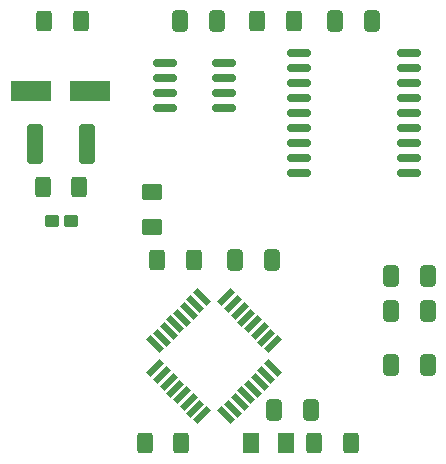
<source format=gtp>
G04 #@! TF.GenerationSoftware,KiCad,Pcbnew,(6.0.9)*
G04 #@! TF.CreationDate,2023-01-15T18:07:45+00:00*
G04 #@! TF.ProjectId,CanBus-Radio-VAG,43616e42-7573-42d5-9261-64696f2d5641,1.0*
G04 #@! TF.SameCoordinates,Original*
G04 #@! TF.FileFunction,Paste,Top*
G04 #@! TF.FilePolarity,Positive*
%FSLAX46Y46*%
G04 Gerber Fmt 4.6, Leading zero omitted, Abs format (unit mm)*
G04 Created by KiCad (PCBNEW (6.0.9)) date 2023-01-15 18:07:45*
%MOMM*%
%LPD*%
G01*
G04 APERTURE LIST*
G04 Aperture macros list*
%AMRoundRect*
0 Rectangle with rounded corners*
0 $1 Rounding radius*
0 $2 $3 $4 $5 $6 $7 $8 $9 X,Y pos of 4 corners*
0 Add a 4 corners polygon primitive as box body*
4,1,4,$2,$3,$4,$5,$6,$7,$8,$9,$2,$3,0*
0 Add four circle primitives for the rounded corners*
1,1,$1+$1,$2,$3*
1,1,$1+$1,$4,$5*
1,1,$1+$1,$6,$7*
1,1,$1+$1,$8,$9*
0 Add four rect primitives between the rounded corners*
20,1,$1+$1,$2,$3,$4,$5,0*
20,1,$1+$1,$4,$5,$6,$7,0*
20,1,$1+$1,$6,$7,$8,$9,0*
20,1,$1+$1,$8,$9,$2,$3,0*%
%AMRotRect*
0 Rectangle, with rotation*
0 The origin of the aperture is its center*
0 $1 length*
0 $2 width*
0 $3 Rotation angle, in degrees counterclockwise*
0 Add horizontal line*
21,1,$1,$2,0,0,$3*%
G04 Aperture macros list end*
%ADD10R,3.500000X1.800000*%
%ADD11RotRect,1.600000X0.550000X225.000000*%
%ADD12RotRect,1.600000X0.550000X135.000000*%
%ADD13RoundRect,0.150000X-0.825000X-0.150000X0.825000X-0.150000X0.825000X0.150000X-0.825000X0.150000X0*%
%ADD14RoundRect,0.150000X-0.875000X-0.150000X0.875000X-0.150000X0.875000X0.150000X-0.875000X0.150000X0*%
%ADD15RoundRect,0.250000X-0.400000X-0.625000X0.400000X-0.625000X0.400000X0.625000X-0.400000X0.625000X0*%
%ADD16RoundRect,0.250000X0.400000X0.625000X-0.400000X0.625000X-0.400000X-0.625000X0.400000X-0.625000X0*%
%ADD17RoundRect,0.250000X0.400000X1.450000X-0.400000X1.450000X-0.400000X-1.450000X0.400000X-1.450000X0*%
%ADD18RoundRect,0.250001X0.624999X-0.462499X0.624999X0.462499X-0.624999X0.462499X-0.624999X-0.462499X0*%
%ADD19RoundRect,0.250001X-0.462499X-0.624999X0.462499X-0.624999X0.462499X0.624999X-0.462499X0.624999X0*%
%ADD20RoundRect,0.250000X-0.375000X-0.275000X0.375000X-0.275000X0.375000X0.275000X-0.375000X0.275000X0*%
%ADD21RoundRect,0.250000X-0.412500X-0.650000X0.412500X-0.650000X0.412500X0.650000X-0.412500X0.650000X0*%
%ADD22RoundRect,0.250000X0.412500X0.650000X-0.412500X0.650000X-0.412500X-0.650000X0.412500X-0.650000X0*%
G04 APERTURE END LIST*
D10*
X80071600Y-63868300D03*
X75071600Y-63868300D03*
D11*
X89525695Y-91281603D03*
X88960010Y-90715917D03*
X88394324Y-90150232D03*
X87828639Y-89584547D03*
X87262953Y-89018861D03*
X86697268Y-88453176D03*
X86131583Y-87887490D03*
X85565897Y-87321805D03*
D12*
X85565897Y-85271195D03*
X86131583Y-84705510D03*
X86697268Y-84139824D03*
X87262953Y-83574139D03*
X87828639Y-83008453D03*
X88394324Y-82442768D03*
X88960010Y-81877083D03*
X89525695Y-81311397D03*
D11*
X91576305Y-81311397D03*
X92141990Y-81877083D03*
X92707676Y-82442768D03*
X93273361Y-83008453D03*
X93839047Y-83574139D03*
X94404732Y-84139824D03*
X94970417Y-84705510D03*
X95536103Y-85271195D03*
D12*
X95536103Y-87321805D03*
X94970417Y-87887490D03*
X94404732Y-88453176D03*
X93839047Y-89018861D03*
X93273361Y-89584547D03*
X92707676Y-90150232D03*
X92141990Y-90715917D03*
X91576305Y-91281603D03*
D13*
X91349600Y-61493400D03*
X91349600Y-62763400D03*
X91349600Y-64033400D03*
X91349600Y-65303400D03*
X86399600Y-65303400D03*
X86399600Y-64033400D03*
X86399600Y-62763400D03*
X86399600Y-61493400D03*
D14*
X107012000Y-60655200D03*
X107012000Y-61925200D03*
X107012000Y-63195200D03*
X107012000Y-64465200D03*
X107012000Y-65735200D03*
X107012000Y-67005200D03*
X107012000Y-68275200D03*
X107012000Y-69545200D03*
X107012000Y-70815200D03*
X97712000Y-70815200D03*
X97712000Y-69545200D03*
X97712000Y-68275200D03*
X97712000Y-67005200D03*
X97712000Y-65735200D03*
X97712000Y-64465200D03*
X97712000Y-63195200D03*
X97712000Y-61925200D03*
X97712000Y-60655200D03*
D15*
X79121600Y-71983600D03*
X76021600Y-71983600D03*
X88849800Y-78181200D03*
X85749800Y-78181200D03*
X87783000Y-93599000D03*
X84683000Y-93599000D03*
D16*
X99034000Y-93599000D03*
X102134000Y-93599000D03*
X94219600Y-57912000D03*
X97319600Y-57912000D03*
X76148600Y-57912000D03*
X79248600Y-57912000D03*
D17*
X75346600Y-68313300D03*
X79796600Y-68313300D03*
D18*
X85280500Y-72363000D03*
X85280500Y-75338000D03*
D19*
X96674000Y-93599000D03*
X93699000Y-93599000D03*
D20*
X78391600Y-74853800D03*
X76791600Y-74853800D03*
D21*
X98717500Y-90805000D03*
X95592500Y-90805000D03*
X108674300Y-82448400D03*
X105549300Y-82448400D03*
X108674300Y-87071200D03*
X105549300Y-87071200D03*
D22*
X92341300Y-78181200D03*
X95466300Y-78181200D03*
D21*
X108674300Y-79514700D03*
X105549300Y-79514700D03*
X90765100Y-57912000D03*
X87640100Y-57912000D03*
X103899100Y-57912000D03*
X100774100Y-57912000D03*
M02*

</source>
